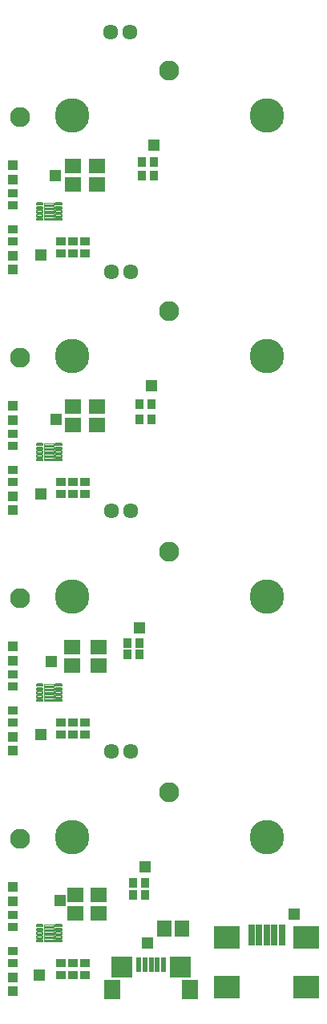
<source format=gts>
G75*
%MOIN*%
%OFA0B0*%
%FSLAX25Y25*%
%IPPOS*%
%LPD*%
%AMOC8*
5,1,8,0,0,1.08239X$1,22.5*
%
%ADD10R,0.06706X0.05918*%
%ADD11R,0.04343X0.03556*%
%ADD12C,0.00794*%
%ADD13C,0.00434*%
%ADD14R,0.03950X0.03950*%
%ADD15R,0.03556X0.04343*%
%ADD16R,0.09068X0.08674*%
%ADD17R,0.07099X0.08280*%
%ADD18R,0.02375X0.06115*%
%ADD19C,0.05543*%
%ADD20C,0.06343*%
%ADD21C,0.14383*%
%ADD22C,0.07500*%
%ADD23C,0.08300*%
%ADD24R,0.10643X0.09461*%
%ADD25R,0.02769X0.08674*%
%ADD26R,0.05918X0.06706*%
%ADD27R,0.03962X0.03962*%
%ADD28R,0.04762X0.04762*%
D10*
X0050500Y0050740D03*
X0050500Y0043260D03*
X0041000Y0050740D03*
X0041000Y0043260D03*
X0050000Y0253740D03*
X0050000Y0246260D03*
X0040000Y0253740D03*
X0040000Y0246260D03*
X0050500Y0153740D03*
X0050500Y0146260D03*
X0039500Y0153740D03*
X0039500Y0146260D03*
X0050000Y0353740D03*
X0050000Y0346260D03*
X0040000Y0353740D03*
X0040000Y0346260D03*
D11*
X0035000Y0017441D03*
X0035000Y0022559D03*
X0015000Y0022441D03*
X0015000Y0027559D03*
X0015000Y0042559D03*
X0015000Y0037441D03*
X0040000Y0017441D03*
X0040000Y0022559D03*
X0045000Y0017441D03*
X0045000Y0022559D03*
X0035000Y0217441D03*
X0035000Y0222559D03*
X0015000Y0222441D03*
X0015000Y0227559D03*
X0015000Y0242559D03*
X0015000Y0237441D03*
X0040000Y0217441D03*
X0040000Y0222559D03*
X0045000Y0217441D03*
X0045000Y0222559D03*
X0035000Y0117441D03*
X0035000Y0122559D03*
X0015000Y0122441D03*
X0015000Y0127559D03*
X0015000Y0142559D03*
X0015000Y0137441D03*
X0040000Y0117441D03*
X0040000Y0122559D03*
X0045000Y0117441D03*
X0045000Y0122559D03*
X0035000Y0317441D03*
X0035000Y0322559D03*
X0015000Y0322441D03*
X0015000Y0327559D03*
X0015000Y0342559D03*
X0015000Y0337441D03*
X0040000Y0317441D03*
X0040000Y0322559D03*
X0045000Y0317441D03*
X0045000Y0322559D03*
D12*
X0027247Y0037754D02*
X0024879Y0037754D01*
X0024879Y0038546D01*
X0027247Y0038546D01*
X0027247Y0037754D01*
X0027247Y0036179D02*
X0024879Y0036179D01*
X0024879Y0036971D01*
X0027247Y0036971D01*
X0027247Y0036179D01*
X0027247Y0034604D02*
X0024879Y0034604D01*
X0024879Y0035396D01*
X0027247Y0035396D01*
X0027247Y0034604D01*
X0027247Y0033029D02*
X0024879Y0033029D01*
X0024879Y0033821D01*
X0027247Y0033821D01*
X0027247Y0033029D01*
X0027247Y0031454D02*
X0024879Y0031454D01*
X0024879Y0032246D01*
X0027247Y0032246D01*
X0027247Y0031454D01*
X0035121Y0031454D02*
X0032753Y0031454D01*
X0032753Y0032246D01*
X0035121Y0032246D01*
X0035121Y0031454D01*
X0035121Y0033029D02*
X0032753Y0033029D01*
X0032753Y0033821D01*
X0035121Y0033821D01*
X0035121Y0033029D01*
X0035121Y0034604D02*
X0032753Y0034604D01*
X0032753Y0035396D01*
X0035121Y0035396D01*
X0035121Y0034604D01*
X0035121Y0036179D02*
X0032753Y0036179D01*
X0032753Y0036971D01*
X0035121Y0036971D01*
X0035121Y0036179D01*
X0035121Y0037754D02*
X0032753Y0037754D01*
X0032753Y0038546D01*
X0035121Y0038546D01*
X0035121Y0037754D01*
X0027247Y0237754D02*
X0024879Y0237754D01*
X0024879Y0238546D01*
X0027247Y0238546D01*
X0027247Y0237754D01*
X0027247Y0236179D02*
X0024879Y0236179D01*
X0024879Y0236971D01*
X0027247Y0236971D01*
X0027247Y0236179D01*
X0027247Y0234604D02*
X0024879Y0234604D01*
X0024879Y0235396D01*
X0027247Y0235396D01*
X0027247Y0234604D01*
X0027247Y0233029D02*
X0024879Y0233029D01*
X0024879Y0233821D01*
X0027247Y0233821D01*
X0027247Y0233029D01*
X0027247Y0231454D02*
X0024879Y0231454D01*
X0024879Y0232246D01*
X0027247Y0232246D01*
X0027247Y0231454D01*
X0035121Y0231454D02*
X0032753Y0231454D01*
X0032753Y0232246D01*
X0035121Y0232246D01*
X0035121Y0231454D01*
X0035121Y0233029D02*
X0032753Y0233029D01*
X0032753Y0233821D01*
X0035121Y0233821D01*
X0035121Y0233029D01*
X0035121Y0234604D02*
X0032753Y0234604D01*
X0032753Y0235396D01*
X0035121Y0235396D01*
X0035121Y0234604D01*
X0035121Y0236179D02*
X0032753Y0236179D01*
X0032753Y0236971D01*
X0035121Y0236971D01*
X0035121Y0236179D01*
X0035121Y0237754D02*
X0032753Y0237754D01*
X0032753Y0238546D01*
X0035121Y0238546D01*
X0035121Y0237754D01*
X0027247Y0137754D02*
X0024879Y0137754D01*
X0024879Y0138546D01*
X0027247Y0138546D01*
X0027247Y0137754D01*
X0027247Y0136179D02*
X0024879Y0136179D01*
X0024879Y0136971D01*
X0027247Y0136971D01*
X0027247Y0136179D01*
X0027247Y0134604D02*
X0024879Y0134604D01*
X0024879Y0135396D01*
X0027247Y0135396D01*
X0027247Y0134604D01*
X0027247Y0133029D02*
X0024879Y0133029D01*
X0024879Y0133821D01*
X0027247Y0133821D01*
X0027247Y0133029D01*
X0027247Y0131454D02*
X0024879Y0131454D01*
X0024879Y0132246D01*
X0027247Y0132246D01*
X0027247Y0131454D01*
X0035121Y0131454D02*
X0032753Y0131454D01*
X0032753Y0132246D01*
X0035121Y0132246D01*
X0035121Y0131454D01*
X0035121Y0133029D02*
X0032753Y0133029D01*
X0032753Y0133821D01*
X0035121Y0133821D01*
X0035121Y0133029D01*
X0035121Y0134604D02*
X0032753Y0134604D01*
X0032753Y0135396D01*
X0035121Y0135396D01*
X0035121Y0134604D01*
X0035121Y0136179D02*
X0032753Y0136179D01*
X0032753Y0136971D01*
X0035121Y0136971D01*
X0035121Y0136179D01*
X0035121Y0137754D02*
X0032753Y0137754D01*
X0032753Y0138546D01*
X0035121Y0138546D01*
X0035121Y0137754D01*
X0027247Y0337754D02*
X0024879Y0337754D01*
X0024879Y0338546D01*
X0027247Y0338546D01*
X0027247Y0337754D01*
X0027247Y0336179D02*
X0024879Y0336179D01*
X0024879Y0336971D01*
X0027247Y0336971D01*
X0027247Y0336179D01*
X0027247Y0334604D02*
X0024879Y0334604D01*
X0024879Y0335396D01*
X0027247Y0335396D01*
X0027247Y0334604D01*
X0027247Y0333029D02*
X0024879Y0333029D01*
X0024879Y0333821D01*
X0027247Y0333821D01*
X0027247Y0333029D01*
X0027247Y0331454D02*
X0024879Y0331454D01*
X0024879Y0332246D01*
X0027247Y0332246D01*
X0027247Y0331454D01*
X0035121Y0331454D02*
X0032753Y0331454D01*
X0032753Y0332246D01*
X0035121Y0332246D01*
X0035121Y0331454D01*
X0035121Y0333029D02*
X0032753Y0333029D01*
X0032753Y0333821D01*
X0035121Y0333821D01*
X0035121Y0333029D01*
X0035121Y0334604D02*
X0032753Y0334604D01*
X0032753Y0335396D01*
X0035121Y0335396D01*
X0035121Y0334604D01*
X0035121Y0336179D02*
X0032753Y0336179D01*
X0032753Y0336971D01*
X0035121Y0336971D01*
X0035121Y0336179D01*
X0035121Y0337754D02*
X0032753Y0337754D01*
X0032753Y0338546D01*
X0035121Y0338546D01*
X0035121Y0337754D01*
D13*
X0031954Y0038529D02*
X0031954Y0031471D01*
X0028046Y0031471D01*
X0028046Y0038529D01*
X0031954Y0038529D01*
X0031954Y0031904D02*
X0028046Y0031904D01*
X0028046Y0032337D02*
X0031954Y0032337D01*
X0031954Y0032770D02*
X0028046Y0032770D01*
X0028046Y0033203D02*
X0031954Y0033203D01*
X0031954Y0033636D02*
X0028046Y0033636D01*
X0028046Y0034069D02*
X0031954Y0034069D01*
X0031954Y0034502D02*
X0028046Y0034502D01*
X0028046Y0034935D02*
X0031954Y0034935D01*
X0031954Y0035368D02*
X0028046Y0035368D01*
X0028046Y0035801D02*
X0031954Y0035801D01*
X0031954Y0036234D02*
X0028046Y0036234D01*
X0028046Y0036667D02*
X0031954Y0036667D01*
X0031954Y0037100D02*
X0028046Y0037100D01*
X0028046Y0037533D02*
X0031954Y0037533D01*
X0031954Y0037966D02*
X0028046Y0037966D01*
X0028046Y0038399D02*
X0031954Y0038399D01*
X0031954Y0238529D02*
X0031954Y0231471D01*
X0028046Y0231471D01*
X0028046Y0238529D01*
X0031954Y0238529D01*
X0031954Y0231904D02*
X0028046Y0231904D01*
X0028046Y0232337D02*
X0031954Y0232337D01*
X0031954Y0232770D02*
X0028046Y0232770D01*
X0028046Y0233203D02*
X0031954Y0233203D01*
X0031954Y0233636D02*
X0028046Y0233636D01*
X0028046Y0234069D02*
X0031954Y0234069D01*
X0031954Y0234502D02*
X0028046Y0234502D01*
X0028046Y0234935D02*
X0031954Y0234935D01*
X0031954Y0235368D02*
X0028046Y0235368D01*
X0028046Y0235801D02*
X0031954Y0235801D01*
X0031954Y0236234D02*
X0028046Y0236234D01*
X0028046Y0236667D02*
X0031954Y0236667D01*
X0031954Y0237100D02*
X0028046Y0237100D01*
X0028046Y0237533D02*
X0031954Y0237533D01*
X0031954Y0237966D02*
X0028046Y0237966D01*
X0028046Y0238399D02*
X0031954Y0238399D01*
X0031954Y0138529D02*
X0031954Y0131471D01*
X0028046Y0131471D01*
X0028046Y0138529D01*
X0031954Y0138529D01*
X0031954Y0131904D02*
X0028046Y0131904D01*
X0028046Y0132337D02*
X0031954Y0132337D01*
X0031954Y0132770D02*
X0028046Y0132770D01*
X0028046Y0133203D02*
X0031954Y0133203D01*
X0031954Y0133636D02*
X0028046Y0133636D01*
X0028046Y0134069D02*
X0031954Y0134069D01*
X0031954Y0134502D02*
X0028046Y0134502D01*
X0028046Y0134935D02*
X0031954Y0134935D01*
X0031954Y0135368D02*
X0028046Y0135368D01*
X0028046Y0135801D02*
X0031954Y0135801D01*
X0031954Y0136234D02*
X0028046Y0136234D01*
X0028046Y0136667D02*
X0031954Y0136667D01*
X0031954Y0137100D02*
X0028046Y0137100D01*
X0028046Y0137533D02*
X0031954Y0137533D01*
X0031954Y0137966D02*
X0028046Y0137966D01*
X0028046Y0138399D02*
X0031954Y0138399D01*
X0031954Y0338529D02*
X0031954Y0331471D01*
X0028046Y0331471D01*
X0028046Y0338529D01*
X0031954Y0338529D01*
X0031954Y0331904D02*
X0028046Y0331904D01*
X0028046Y0332337D02*
X0031954Y0332337D01*
X0031954Y0332770D02*
X0028046Y0332770D01*
X0028046Y0333203D02*
X0031954Y0333203D01*
X0031954Y0333636D02*
X0028046Y0333636D01*
X0028046Y0334069D02*
X0031954Y0334069D01*
X0031954Y0334502D02*
X0028046Y0334502D01*
X0028046Y0334935D02*
X0031954Y0334935D01*
X0031954Y0335368D02*
X0028046Y0335368D01*
X0028046Y0335801D02*
X0031954Y0335801D01*
X0031954Y0336234D02*
X0028046Y0336234D01*
X0028046Y0336667D02*
X0031954Y0336667D01*
X0031954Y0337100D02*
X0028046Y0337100D01*
X0028046Y0337533D02*
X0031954Y0337533D01*
X0031954Y0337966D02*
X0028046Y0337966D01*
X0028046Y0338399D02*
X0031954Y0338399D01*
D14*
X0015000Y0048297D03*
X0015000Y0054203D03*
X0015000Y0016703D03*
X0015000Y0010797D03*
X0015000Y0248297D03*
X0015000Y0254203D03*
X0015000Y0216703D03*
X0015000Y0210797D03*
X0015000Y0148297D03*
X0015000Y0154203D03*
X0015000Y0116703D03*
X0015000Y0110797D03*
X0015000Y0348297D03*
X0015000Y0354203D03*
X0015000Y0316703D03*
X0015000Y0310797D03*
D15*
X0064941Y0051000D03*
X0070059Y0051000D03*
X0070059Y0056000D03*
X0064941Y0056000D03*
X0067441Y0248500D03*
X0072559Y0248500D03*
X0072559Y0255000D03*
X0067441Y0255000D03*
X0062441Y0151000D03*
X0067559Y0151000D03*
X0067559Y0155500D03*
X0062441Y0155500D03*
X0068441Y0350000D03*
X0073559Y0350000D03*
X0073559Y0355500D03*
X0068441Y0355500D03*
D16*
X0060295Y0020752D03*
X0084705Y0020752D03*
D17*
X0056358Y0011500D03*
X0088642Y0011500D03*
D18*
X0067382Y0022031D03*
X0069941Y0022031D03*
X0072500Y0022031D03*
X0075059Y0022031D03*
X0077618Y0022031D03*
D19*
X0056063Y0310000D03*
X0063937Y0310000D03*
X0056063Y0110500D03*
X0063937Y0110500D03*
X0056063Y0210500D03*
X0063937Y0210500D03*
X0055563Y0409500D03*
X0063437Y0409500D03*
D20*
X0056063Y0310000D03*
X0063937Y0310000D03*
X0056063Y0110500D03*
X0063937Y0110500D03*
X0056063Y0210500D03*
X0063937Y0210500D03*
X0055563Y0409500D03*
X0063437Y0409500D03*
D21*
X0120551Y0275000D03*
X0039449Y0275000D03*
X0120551Y0075000D03*
X0039449Y0075000D03*
X0120551Y0175000D03*
X0039449Y0175000D03*
X0120551Y0375000D03*
X0039449Y0375000D03*
D22*
X0080000Y0293504D03*
X0018071Y0274213D03*
X0080000Y0093504D03*
X0018071Y0074213D03*
X0080000Y0193504D03*
X0018071Y0174213D03*
X0080000Y0393504D03*
X0018071Y0374213D03*
D23*
X0080000Y0293504D03*
X0018071Y0274213D03*
X0080000Y0093504D03*
X0018071Y0074213D03*
X0080000Y0193504D03*
X0018071Y0174213D03*
X0080000Y0393504D03*
X0018071Y0374213D03*
D24*
X0103965Y0033374D03*
X0137035Y0033374D03*
X0103965Y0012508D03*
X0137035Y0012508D03*
D25*
X0114201Y0034358D03*
X0117350Y0034358D03*
X0120500Y0034358D03*
X0123650Y0034358D03*
X0126799Y0034358D03*
D26*
X0085240Y0037000D03*
X0077760Y0037000D03*
D27*
X0026000Y0017500D03*
X0026500Y0117500D03*
X0026500Y0217500D03*
X0026500Y0317000D03*
X0071000Y0031000D03*
X0132000Y0043000D03*
X0034500Y0048500D03*
X0067500Y0162000D03*
X0070000Y0062500D03*
X0072500Y0262500D03*
X0031000Y0148000D03*
X0033000Y0248500D03*
X0073500Y0362500D03*
X0032500Y0350000D03*
D28*
X0026000Y0017500D03*
X0026500Y0117500D03*
X0026500Y0217500D03*
X0026500Y0317000D03*
X0071000Y0031000D03*
X0132000Y0043000D03*
X0034500Y0048500D03*
X0067500Y0162000D03*
X0070000Y0062500D03*
X0072500Y0262500D03*
X0031000Y0148000D03*
X0033000Y0248500D03*
X0073500Y0362500D03*
X0032500Y0350000D03*
M02*

</source>
